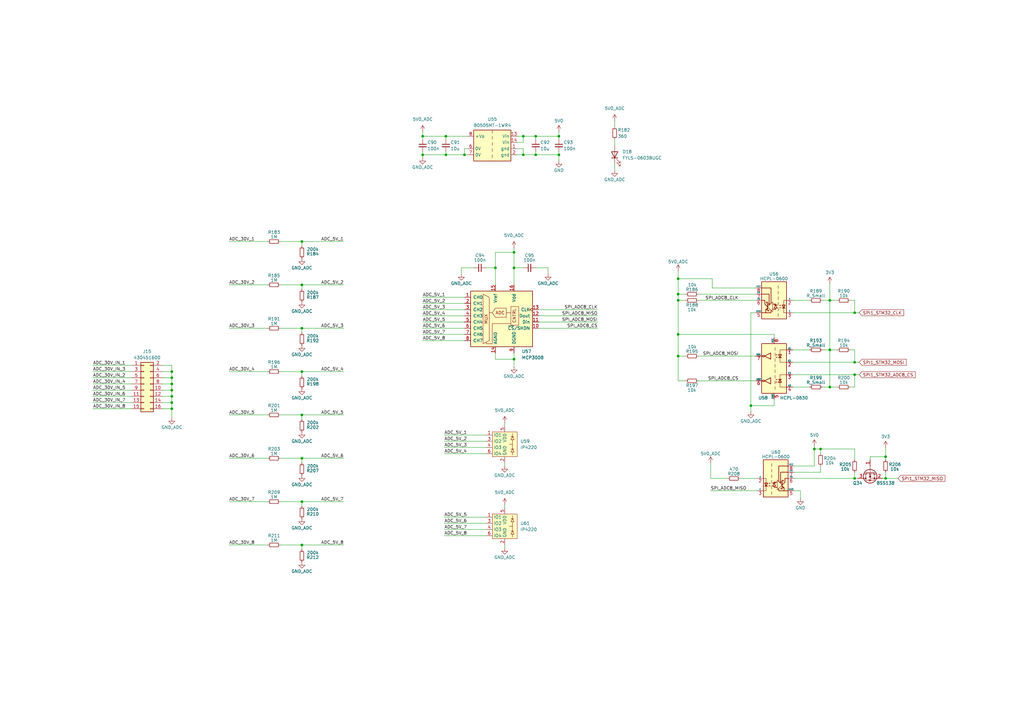
<source format=kicad_sch>
(kicad_sch (version 20231120) (generator "eeschema") (generator_version "8.0")
  (paper "A3")
  (lib_symbols
    (symbol "Analog_ADC:MCP3008" (pin_names (offset 1.016))
      (property "Reference" "U" (at -5.08 13.335 0))
      (property "Value" "MCP3008" (at -5.08 11.43 0))
      (symbol "MCP3008_0_0"
        (text "ADC" (at -0.635 1.27 0) (effects (font (size 1.27 1.27))))
        (text "CNTRL" (at 5.969 -2.921 900) (effects (font (size 1.27 1.27)) (justify left bottom)))
        (text "MUX" (at -6.35 -1.27 900) (effects (font (size 1.27 1.27))))
      )
      (symbol "MCP3008_0_1"
        (polyline (pts (xy -3.81 1.27) (xy -5.08 1.27)))
        (polyline (pts (xy 1.905 1.27) (xy 3.81 1.27)))
        (polyline (pts (xy -7.62 8.89) (xy -7.62 -11.43) (xy -5.08 -10.16) (xy -5.08 7.62) (xy -7.62 8.89)))
        (polyline (pts (xy 3.81 -3.175) (xy -3.81 -3.175) (xy -3.81 -11.43) (xy -6.35 -11.43) (xy -6.35 -10.795)))
        (polyline (pts (xy 1.905 3.175) (xy 1.905 -0.635) (xy -2.54 -0.635) (xy -3.81 1.27) (xy -2.54 3.175) (xy 1.905 3.175)))
        (rectangle (start 3.81 -3.81) (end 6.985 3.81))
        (rectangle (start 12.7 -12.7) (end -12.7 10.16) (stroke (width 0.254)) (fill (type background)))
      )
      (symbol "MCP3008_1_1"
        (pin input line (at -15.24 7.62 0) (length 2.54) (name "CH0") (number "1"))
        (pin input line (at 15.24 -5.08 180) (length 2.54) (name "~{CS}/SHDN") (number "10"))
        (pin input line (at 15.24 -2.54 180) (length 2.54) (name "Din") (number "11"))
        (pin output line (at 15.24 0 180) (length 2.54) (name "Dout") (number "12"))
        (pin input clock (at 15.24 2.54 180) (length 2.54) (name "CLK") (number "13"))
        (pin power_in line (at -2.54 -15.24 90) (length 2.54) (name "AGND") (number "14"))
        (pin power_in line (at -2.54 12.7 270) (length 2.54) (name "Vref") (number "15"))
        (pin power_in line (at 5.08 12.7 270) (length 2.54) (name "Vdd") (number "16"))
        (pin input line (at -15.24 5.08 0) (length 2.54) (name "CH1") (number "2"))
        (pin input line (at -15.24 2.54 0) (length 2.54) (name "CH2") (number "3"))
        (pin input line (at -15.24 0 0) (length 2.54) (name "CH3") (number "4"))
        (pin input line (at -15.24 -2.54 0) (length 2.54) (name "CH4") (number "5"))
        (pin input line (at -15.24 -5.08 0) (length 2.54) (name "CH5") (number "6"))
        (pin input line (at -15.24 -7.62 0) (length 2.54) (name "CH6") (number "7"))
        (pin input line (at -15.24 -10.16 0) (length 2.54) (name "CH7") (number "8"))
        (pin power_in line (at 5.08 -15.24 90) (length 2.54) (name "DGND") (number "9"))
      )
    )
    (symbol "Connector_Generic:Conn_02x08_Odd_Even" (pin_names (offset 1.016) hide)
      (property "Reference" "J" (at 1.27 10.16 0))
      (property "Value" "Conn_02x08_Odd_Even" (at 1.27 -12.7 0))
      (symbol "Conn_02x08_Odd_Even_1_1"
        (rectangle (start -1.27 -10.033) (end 0 -10.287) (stroke (width 0.1524)))
        (rectangle (start -1.27 -7.493) (end 0 -7.747) (stroke (width 0.1524)))
        (rectangle (start -1.27 -4.953) (end 0 -5.207) (stroke (width 0.1524)))
        (rectangle (start -1.27 -2.413) (end 0 -2.667) (stroke (width 0.1524)))
        (rectangle (start -1.27 0.127) (end 0 -0.127) (stroke (width 0.1524)))
        (rectangle (start -1.27 2.667) (end 0 2.413) (stroke (width 0.1524)))
        (rectangle (start -1.27 5.207) (end 0 4.953) (stroke (width 0.1524)))
        (rectangle (start -1.27 7.747) (end 0 7.493) (stroke (width 0.1524)))
        (rectangle (start -1.27 8.89) (end 3.81 -11.43) (stroke (width 0.254)) (fill (type background)))
        (rectangle (start 3.81 -10.033) (end 2.54 -10.287) (stroke (width 0.1524)))
        (rectangle (start 3.81 -7.493) (end 2.54 -7.747) (stroke (width 0.1524)))
        (rectangle (start 3.81 -4.953) (end 2.54 -5.207) (stroke (width 0.1524)))
        (rectangle (start 3.81 -2.413) (end 2.54 -2.667) (stroke (width 0.1524)))
        (rectangle (start 3.81 0.127) (end 2.54 -0.127) (stroke (width 0.1524)))
        (rectangle (start 3.81 2.667) (end 2.54 2.413) (stroke (width 0.1524)))
        (rectangle (start 3.81 5.207) (end 2.54 4.953) (stroke (width 0.1524)))
        (rectangle (start 3.81 7.747) (end 2.54 7.493) (stroke (width 0.1524)))
        (pin passive line (at -5.08 7.62 0) (length 3.81) (name "Pin_1") (number "1"))
        (pin passive line (at 7.62 -2.54 180) (length 3.81) (name "Pin_10") (number "10"))
        (pin passive line (at -5.08 -5.08 0) (length 3.81) (name "Pin_11") (number "11"))
        (pin passive line (at 7.62 -5.08 180) (length 3.81) (name "Pin_12") (number "12"))
        (pin passive line (at -5.08 -7.62 0) (length 3.81) (name "Pin_13") (number "13"))
        (pin passive line (at 7.62 -7.62 180) (length 3.81) (name "Pin_14") (number "14"))
        (pin passive line (at -5.08 -10.16 0) (length 3.81) (name "Pin_15") (number "15"))
        (pin passive line (at 7.62 -10.16 180) (length 3.81) (name "Pin_16") (number "16"))
        (pin passive line (at 7.62 7.62 180) (length 3.81) (name "Pin_2") (number "2"))
        (pin passive line (at -5.08 5.08 0) (length 3.81) (name "Pin_3") (number "3"))
        (pin passive line (at 7.62 5.08 180) (length 3.81) (name "Pin_4") (number "4"))
        (pin passive line (at -5.08 2.54 0) (length 3.81) (name "Pin_5") (number "5"))
        (pin passive line (at 7.62 2.54 180) (length 3.81) (name "Pin_6") (number "6"))
        (pin passive line (at -5.08 0 0) (length 3.81) (name "Pin_7") (number "7"))
        (pin passive line (at 7.62 0 180) (length 3.81) (name "Pin_8") (number "8"))
        (pin passive line (at -5.08 -2.54 0) (length 3.81) (name "Pin_9") (number "9"))
      )
    )
    (symbol "Device:C_Small" (pin_numbers hide) (pin_names (offset 0.254) hide)
      (property "Reference" "C" (at 0.254 1.778 0))
      (property "Value" "C_Small" (at 0.254 -2.032 0))
      (symbol "C_Small_0_1"
        (polyline (pts (xy -1.524 -0.508) (xy 1.524 -0.508)) (stroke (width 0.3302)))
        (polyline (pts (xy -1.524 0.508) (xy 1.524 0.508)) (stroke (width 0.3048)))
      )
      (symbol "C_Small_1_1"
        (pin passive line (at 0 2.54 270) (length 2.032) (name "~") (number "1"))
        (pin passive line (at 0 -2.54 90) (length 2.032) (name "~") (number "2"))
      )
    )
    (symbol "Device:LED" (pin_numbers hide) (pin_names (offset 1.016) hide)
      (property "Reference" "D" (at 0 2.54 0))
      (property "Value" "LED" (at 0 -2.54 0))
      (symbol "LED_0_1"
        (polyline (pts (xy -1.27 -1.27) (xy -1.27 1.27)) (stroke (width 0.254)))
        (polyline (pts (xy -1.27 0) (xy 1.27 0)))
        (polyline (pts (xy 1.27 -1.27) (xy 1.27 1.27) (xy -1.27 0) (xy 1.27 -1.27)) (stroke (width 0.254)))
        (polyline (pts (xy -3.048 -0.762) (xy -4.572 -2.286) (xy -3.81 -2.286) (xy -4.572 -2.286) (xy -4.572 -1.524)))
        (polyline (pts (xy -1.778 -0.762) (xy -3.302 -2.286) (xy -2.54 -2.286) (xy -3.302 -2.286) (xy -3.302 -1.524)))
      )
      (symbol "LED_1_1"
        (pin passive line (at -3.81 0 0) (length 2.54) (name "K") (number "1"))
        (pin passive line (at 3.81 0 180) (length 2.54) (name "A") (number "2"))
      )
    )
    (symbol "Device:R_Small" (pin_numbers hide) (pin_names (offset 0.254) hide)
      (property "Reference" "R" (at 0.762 0.508 0))
      (property "Value" "R_Small" (at 0.762 -1.016 0))
      (symbol "R_Small_0_1"
        (rectangle (start -0.762 1.778) (end 0.762 -1.778) (stroke (width 0.2032)))
      )
      (symbol "R_Small_1_1"
        (pin passive line (at 0 2.54 270) (length 0.762) (name "~") (number "1"))
        (pin passive line (at 0 -2.54 90) (length 0.762) (name "~") (number "2"))
      )
    )
    (symbol "GND_1" (power) (pin_numbers hide) (pin_names (offset 0) hide)
      (property "Value" "GND" (at 0 -3.81 0))
      (symbol "GND_1_0_1"
        (polyline (pts (xy 0 0) (xy 0 -1.27) (xy 1.27 -1.27) (xy 0 -2.54) (xy -1.27 -1.27) (xy 0 -1.27)))
      )
      (symbol "GND_1_1_1"
        (pin power_in line (at 0 0 270) (length 0) (name "~") (number "1"))
      )
    )
    (symbol "ISO1050DUB_1"
      (property "Reference" "U4" (at 0 9.525 0))
      (property "Value" "ISO1050DUB" (at 0 6.985 0))
      (symbol "ISO1050DUB_1_0_1"
        (rectangle (start -7.62 5.08) (end 7.62 -7.62) (stroke (width 0.254)) (fill (type background)))
        (polyline (pts (xy 0 -5.08) (xy 0 -6.35)))
        (polyline (pts (xy 0 -2.54) (xy 0 -3.81)))
        (polyline (pts (xy 0 0) (xy 0 -1.27)))
        (polyline (pts (xy 0 2.54) (xy 0 1.27)))
        (polyline (pts (xy 0 5.08) (xy 0 3.81)))
      )
      (symbol "ISO1050DUB_1_1_1"
        (pin input line (at -10.16 -2.54 0) (length 2.54) (name "gnd") (number "1"))
        (pin power_in line (at -10.16 2.54 0) (length 2.54) (name "Vin") (number "13"))
        (pin output line (at -10.16 0 0) (length 2.54) (name "Vin") (number "14"))
        (pin power_in line (at -10.16 -5.08 0) (length 2.54) (name "gnd") (number "2"))
        (pin power_in line (at 10.16 -2.54 180) (length 2.54) (name "0V") (number "6"))
        (pin power_in line (at 10.16 -5.08 180) (length 2.54) (name "0V") (number "7"))
        (pin bidirectional line (at 10.16 2.54 180) (length 2.54) (name "+Vo") (number "8"))
      )
    )
    (symbol "Isolator:HCPL-0600" (pin_names (offset 0))
      (property "Reference" "U" (at -4.064 8.89 0))
      (property "Value" "HCPL-0600" (at 0.254 -9.144 0))
      (symbol "HCPL-0600_0_1"
        (polyline (pts (xy 2.667 -3.556) (xy 2.667 -1.651)) (stroke (width 0.254)))
        (polyline (pts (xy 2.667 -2.159) (xy 2.667 -2.921)) (stroke (width 0.254)))
        (polyline (pts (xy 3.429 -3.937) (xy 3.429 -5.08)) (stroke (width 0.254)))
        (polyline (pts (xy -0.635 -3.302) (xy -0.635 -3.683) (xy 0.635 -3.683)) (stroke (width 0.254)))
        (polyline (pts (xy -0.635 -1.905) (xy -0.635 -1.524) (xy 0.508 -1.524)) (stroke (width 0.254)))
        (polyline (pts (xy 1.27 -4.064) (xy 1.27 -5.08) (xy 5.08 -5.08)) (stroke (width 0.254)))
        (polyline (pts (xy 1.27 -1.27) (xy 1.27 5.08) (xy 5.08 5.08)) (stroke (width 0.254)))
        (polyline (pts (xy 2.032 -1.27) (xy 2.032 2.54) (xy 5.08 2.54)) (stroke (width 0.254)))
        (polyline (pts (xy -5.08 -5.08) (xy -3.937 -5.08) (xy -3.937 0) (xy -5.08 0)))
        (polyline (pts (xy 2.667 -3.302) (xy 2.667 -4.318) (xy 2.159 -4.318) (xy 2.159 -3.937)) (stroke (width 0.254)))
        (polyline (pts (xy 2.667 -2.667) (xy 0.635 -4.699) (xy 0.635 -0.635) (xy 2.667 -2.667)))
        (polyline (pts (xy 2.667 -1.778) (xy 2.667 -0.762) (xy 3.175 -0.762) (xy 3.175 -1.143)) (stroke (width 0.254)))
        (polyline (pts (xy 2.794 -2.54) (xy 3.81 -1.524) (xy 3.81 0) (xy 5.08 0)) (stroke (width 0.254)))
        (polyline (pts (xy 2.667 -3.175) (xy 3.429 -3.937) (xy 3.302 -3.556) (xy 3.048 -3.81) (xy 3.429 -3.937)) (stroke (width 0.254)))
        (circle (center 2.032 -1.524) (radius 0.254) (stroke (width 0.254)))
      )
      (symbol "HCPL-0600_1_1"
        (rectangle (start -5.08 7.62) (end 5.08 -7.62) (stroke (width 0.254)) (fill (type background)))
        (polyline (pts (xy -4.572 -3.175) (xy -3.302 -3.175)) (stroke (width 0.254)))
        (polyline (pts (xy -1.651 -5.334) (xy -1.651 -6.604)))
        (polyline (pts (xy -1.651 -3.048) (xy -1.651 -4.318)))
        (polyline (pts (xy -1.651 -0.762) (xy -1.651 -2.032)))
        (polyline (pts (xy -1.651 1.524) (xy -1.651 0.254)))
        (polyline (pts (xy -1.651 3.81) (xy -1.651 2.54)))
        (polyline (pts (xy -1.651 6.096) (xy -1.651 4.826)))
        (polyline (pts (xy -1.27 -1.905) (xy 0 -1.905)) (stroke (width 0.254)))
        (polyline (pts (xy -3.937 -3.175) (xy -4.572 -1.905) (xy -3.302 -1.905) (xy -3.937 -3.175)) (stroke (width 0.254)))
        (polyline (pts (xy -0.635 -1.905) (xy -1.27 -3.175) (xy 0 -3.175) (xy -0.635 -1.905)) (stroke (width 0.254)))
        (polyline (pts (xy -2.921 -3.048) (xy -2.159 -3.048) (xy -2.54 -3.175) (xy -2.54 -2.921) (xy -2.159 -3.048)) (stroke (width 0.127)))
        (polyline (pts (xy -2.921 -2.032) (xy -2.159 -2.032) (xy -2.54 -2.159) (xy -2.54 -1.905) (xy -2.159 -2.032)) (stroke (width 0.127)))
        (pin no_connect line (at -5.08 5.08 0) (length 2.54) hide (name "NC") (number "1"))
        (pin passive line (at -7.62 0 0) (length 2.54) (name "A") (number "2"))
        (pin passive line (at -7.62 -5.08 0) (length 2.54) (name "C") (number "3"))
        (pin power_in line (at 7.62 -5.08 180) (length 2.54) (name "GND") (number "5"))
        (pin open_collector line (at 7.62 0 180) (length 2.54) (name "VO") (number "6"))
        (pin input line (at 7.62 2.54 180) (length 2.54) (name "EN") (number "7"))
        (pin power_in line (at 7.62 5.08 180) (length 2.54) (name "VCC") (number "8"))
      )
    )
    (symbol "Isolator:HCPL-0630" (pin_names (offset 0))
      (property "Reference" "U" (at -4.064 11.43 0))
      (property "Value" "HCPL-0630" (at 7.874 11.43 0))
      (symbol "HCPL-0630_0_1"
        (rectangle (start -5.08 10.16) (end 5.08 -10.16) (stroke (width 0.254)) (fill (type background)))
      )
      (symbol "HCPL-0630_1_1"
        (polyline (pts (xy -3.048 -4.445) (xy -1.778 -4.445)) (stroke (width 0.254)))
        (polyline (pts (xy -3.048 4.445) (xy -1.778 4.445)) (stroke (width 0.254)))
        (polyline (pts (xy -0.381 -7.366) (xy -0.381 -8.636)))
        (polyline (pts (xy -0.381 -5.08) (xy -0.381 -6.35)))
        (polyline (pts (xy -0.381 -2.794) (xy -0.381 -4.064)))
        (polyline (pts (xy -0.381 -0.508) (xy -0.381 -1.778)))
        (polyline (pts (xy -0.381 1.778) (xy -0.381 0.508)))
        (polyline (pts (xy -0.381 4.064) (xy -0.381 2.794)))
        (polyline (pts (xy -0.381 6.35) (xy -0.381 5.08)))
        (polyline (pts (xy -0.381 8.636) (xy -0.381 7.366)))
        (polyline (pts (xy 4.699 -5.08) (xy 5.207 -5.08)) (stroke (width 0.254)))
        (polyline (pts (xy 4.699 5.08) (xy 5.334 5.08)) (stroke (width 0.254)))
        (polyline (pts (xy -4.953 -7.62) (xy -2.413 -7.62) (xy -2.413 -5.715)))
        (polyline (pts (xy -4.953 7.62) (xy -2.413 7.62) (xy -2.413 4.318)))
        (polyline (pts (xy -2.413 -5.842) (xy -2.413 -2.54) (xy -4.953 -2.54)))
        (polyline (pts (xy -2.413 4.445) (xy -2.413 2.54) (xy -4.953 2.54)))
        (polyline (pts (xy -2.413 -4.445) (xy -3.048 -5.715) (xy -1.778 -5.715) (xy -2.413 -4.445)) (stroke (width 0.254)))
        (polyline (pts (xy -2.413 4.445) (xy -3.048 5.715) (xy -1.778 5.715) (xy -2.413 4.445)) (stroke (width 0.254)))
        (polyline (pts (xy 3.937 -5.08) (xy 1.397 -3.81) (xy 1.397 -6.35) (xy 3.937 -5.08)) (stroke (width 0.254)))
        (polyline (pts (xy 3.937 5.08) (xy 1.397 6.35) (xy 1.397 3.81) (xy 3.937 5.08)) (stroke (width 0.254)))
        (polyline (pts (xy -1.397 -5.588) (xy -0.635 -5.588) (xy -1.016 -5.715) (xy -1.016 -5.461) (xy -0.635 -5.588)) (stroke (width 0.127)))
        (polyline (pts (xy -1.397 -4.572) (xy -0.635 -4.572) (xy -1.016 -4.699) (xy -1.016 -4.445) (xy -0.635 -4.572)) (stroke (width 0.127)))
        (polyline (pts (xy -1.397 4.572) (xy -0.635 4.572) (xy -1.016 4.445) (xy -1.016 4.699) (xy -0.635 4.572)) (stroke (width 0.127)))
        (polyline (pts (xy -1.397 5.588) (xy -0.635 5.588) (xy -1.016 5.461) (xy -1.016 5.715) (xy -0.635 5.588)) (stroke (width 0.127)))
        (circle (center 4.318 -5.08) (radius 0.3556) (stroke (width 0.254)))
        (circle (center 4.318 5.08) (radius 0.3556) (stroke (width 0.254)))
        (pin passive line (at -7.62 7.62 0) (length 2.54) (name "A1") (number "1"))
        (pin passive line (at -7.62 2.54 0) (length 2.54) (name "C1") (number "2"))
        (pin passive line (at -7.62 -2.54 0) (length 2.54) (name "C2") (number "3"))
        (pin passive line (at -7.62 -7.62 0) (length 2.54) (name "A2") (number "4"))
        (pin power_in line (at 0 -12.7 90) (length 2.54) (name "GND") (number "5"))
        (pin open_collector line (at 7.62 -5.08 180) (length 2.54) (name "VO2") (number "6"))
        (pin open_collector line (at 7.62 5.08 180) (length 2.54) (name "VO1") (number "7"))
        (pin power_in line (at 0 12.7 270) (length 2.54) (name "VCC") (number "8"))
      )
    )
    (symbol "Transistor_FET:BSS138" (pin_names hide)
      (property "Reference" "Q" (at 5.08 1.905 0))
      (property "Value" "BSS138" (at 5.08 0 0))
      (symbol "BSS138_0_1"
        (polyline (pts (xy 0.254 0) (xy -2.54 0)))
        (polyline (pts (xy 0.254 1.905) (xy 0.254 -1.905)) (stroke (width 0.254)))
        (polyline (pts (xy 0.762 -1.27) (xy 0.762 -2.286)) (stroke (width 0.254)))
        (polyline (pts (xy 0.762 0.508) (xy 0.762 -0.508)) (stroke (width 0.254)))
        (polyline (pts (xy 0.762 2.286) (xy 0.762 1.27)) (stroke (width 0.254)))
        (polyline (pts (xy 2.54 2.54) (xy 2.54 1.778)))
        (polyline (pts (xy 2.54 -2.54) (xy 2.54 0) (xy 0.762 0)))
        (polyline (pts (xy 0.762 -1.778) (xy 3.302 -1.778) (xy 3.302 1.778) (xy 0.762 1.778)))
        (polyline (pts (xy 1.016 0) (xy 2.032 0.381) (xy 2.032 -0.381) (xy 1.016 0)) (fill (type outline)))
        (polyline (pts (xy 2.794 0.508) (xy 2.921 0.381) (xy 3.683 0.381) (xy 3.81 0.254)))
        (polyline (pts (xy 3.302 0.381) (xy 2.921 -0.254) (xy 3.683 -0.254) (xy 3.302 0.381)))
        (circle (center 1.651 0) (radius 2.794) (stroke (width 0.254)))
        (circle (center 2.54 -1.778) (radius 0.254) (fill (type outline)))
        (circle (center 2.54 1.778) (radius 0.254) (fill (type outline)))
      )
      (symbol "BSS138_1_1"
        (pin input line (at -5.08 0 0) (length 2.54) (name "G") (number "1"))
        (pin passive line (at 2.54 -5.08 90) (length 2.54) (name "S") (number "2"))
        (pin passive line (at 2.54 5.08 270) (length 2.54) (name "D") (number "3"))
      )
    )
    (symbol "power:+5V" (power) (pin_numbers hide) (pin_names (offset 0) hide)
      (property "Value" "+5V" (at 0 3.556 0))
      (symbol "+5V_0_1"
        (polyline (pts (xy -0.762 1.27) (xy 0 2.54)))
        (polyline (pts (xy 0 0) (xy 0 2.54)))
        (polyline (pts (xy 0 2.54) (xy 0.762 1.27)))
      )
      (symbol "+5V_1_1"
        (pin power_in line (at 0 0 90) (length 0) (name "~") (number "1"))
      )
    )
    (symbol "power:GND" (power) (pin_names (offset 0))
      (property "Value" "GND" (at 0 -3.81 0))
      (symbol "GND_0_1"
        (polyline (pts (xy 0 0) (xy 0 -1.27) (xy 1.27 -1.27) (xy 0 -2.54) (xy -1.27 -1.27) (xy 0 -1.27)))
      )
      (symbol "GND_1_1"
        (pin power_in line (at 0 0 270) (length 0) hide (name "GND") (number "1"))
      )
    )
    (symbol "user_lib:IP4220"
      (property "Reference" "U" (at 4.572 -7.366 0))
      (property "Value" "IP4220" (at 4.572 -7.366 0))
      (symbol "IP4220_1_1"
        (rectangle (start -5.08 5.08) (end 5.08 -5.08) (fill (type background)))
        (polyline (pts (xy 2.54 -3.175) (xy 3.175 -1.905)))
        (polyline (pts (xy 2.54 -1.905) (xy 3.81 -1.905)))
        (polyline (pts (xy 2.54 1.905) (xy 3.175 3.175)))
        (polyline (pts (xy 2.54 3.175) (xy 3.81 3.175)))
        (polyline (pts (xy 3.175 -3.175) (xy 3.175 -4.445)))
        (polyline (pts (xy 3.175 -1.905) (xy 3.81 -3.175)))
        (polyline (pts (xy 3.175 0) (xy 1.905 0)))
        (polyline (pts (xy 3.175 0) (xy 3.175 -1.905)))
        (polyline (pts (xy 3.175 1.905) (xy 3.175 0)))
        (polyline (pts (xy 3.175 3.175) (xy 3.81 1.905)))
        (polyline (pts (xy 3.175 4.445) (xy 3.175 3.175)))
        (polyline (pts (xy 3.81 -3.175) (xy 2.54 -3.175)))
        (polyline (pts (xy 3.81 1.905) (xy 2.54 1.905)))
        (pin input line (at -7.62 3.81 0) (length 2.54) (name "IO1") (number "1"))
        (pin input line (at 0 -7.62 90) (length 2.54) (name "GND") (number "2"))
        (pin input line (at -7.62 1.27 0) (length 2.54) (name "IO2") (number "3"))
        (pin input line (at -7.62 -1.27 0) (length 2.54) (name "IO3") (number "4"))
        (pin input line (at 0 7.62 270) (length 2.54) (name "VDD") (number "5"))
        (pin input line (at -7.62 -3.81 0) (length 2.54) (name "IO4") (number "6"))
      )
    )
  )
  (junction (at 123.825 223.52))
  (junction (at 123.825 170.18))
  (junction (at 340.36 143.51))
  (junction (at 214.63 55.88))
  (junction (at 210.82 109.855))
  (junction (at 350.52 148.59))
  (junction (at 123.825 116.84))
  (junction (at 173.355 55.88))
  (junction (at 363.22 187.325))
  (junction (at 182.88 63.5))
  (junction (at 278.13 137.16))
  (junction (at 70.485 162.56))
  (junction (at 340.36 158.75))
  (junction (at 70.485 152.4))
  (junction (at 190.5 63.5))
  (junction (at 336.55 184.15))
  (junction (at 173.355 63.5))
  (junction (at 123.825 205.74))
  (junction (at 350.52 153.67))
  (junction (at 182.88 55.88))
  (junction (at 214.63 63.5))
  (junction (at 229.235 63.5))
  (junction (at 203.2 109.855))
  (junction (at 123.825 134.62))
  (junction (at 278.13 114.3))
  (junction (at 210.82 147.32))
  (junction (at 278.13 120.65))
  (junction (at 123.825 187.96))
  (junction (at 229.235 55.88))
  (junction (at 210.82 103.505))
  (junction (at 278.13 146.05))
  (junction (at 123.825 152.4))
  (junction (at 219.71 55.88))
  (junction (at 350.52 128.27))
  (junction (at 70.485 165.1))
  (junction (at 70.485 160.02))
  (junction (at 123.825 99.06))
  (junction (at 350.52 196.215))
  (junction (at 307.975 166.37))
  (junction (at 70.485 167.64))
  (junction (at 219.71 63.5))
  (junction (at 70.485 154.94))
  (junction (at 334.01 184.15))
  (junction (at 363.22 196.215))
  (junction (at 70.485 157.48))
  (junction (at 340.36 123.19))
  (junction (at 278.13 123.19))
  (wire (pts (xy 337.185 158.75) (xy 340.36 158.75)))
  (wire (pts (xy 286.385 156.21) (xy 309.88 156.21)))
  (wire (pts (xy 207.01 207.01) (xy 207.01 208.28)))
  (wire (pts (xy 334.01 184.15) (xy 334.01 191.135)))
  (wire (pts (xy 190.5 134.62) (xy 173.355 134.62)))
  (wire (pts (xy 66.675 149.86) (xy 70.485 149.86)))
  (wire (pts (xy 38.1 165.1) (xy 53.975 165.1)))
  (wire (pts (xy 350.52 184.15) (xy 336.55 184.15)))
  (wire (pts (xy 123.825 134.62) (xy 140.97 134.62)))
  (wire (pts (xy 190.5 121.92) (xy 173.355 121.92)))
  (wire (pts (xy 325.12 153.67) (xy 350.52 153.67)))
  (wire (pts (xy 350.52 153.67) (xy 352.425 153.67)))
  (wire (pts (xy 203.2 147.32) (xy 210.82 147.32)))
  (wire (pts (xy 189.23 109.855) (xy 189.23 112.395)))
  (wire (pts (xy 199.39 183.515) (xy 182.245 183.515)))
  (wire (pts (xy 207.01 173.355) (xy 207.01 174.625)))
  (wire (pts (xy 210.82 101.6) (xy 210.82 103.505)))
  (wire (pts (xy 350.52 128.27) (xy 352.425 128.27)))
  (wire (pts (xy 350.52 143.51) (xy 350.52 148.59)))
  (wire (pts (xy 219.71 62.23) (xy 219.71 63.5)))
  (wire (pts (xy 123.825 207.645) (xy 123.825 205.74)))
  (wire (pts (xy 210.82 103.505) (xy 210.82 109.855)))
  (wire (pts (xy 190.5 137.16) (xy 173.355 137.16)))
  (wire (pts (xy 123.825 189.865) (xy 123.825 187.96)))
  (wire (pts (xy 38.1 167.64) (xy 53.975 167.64)))
  (wire (pts (xy 199.39 180.975) (xy 182.245 180.975)))
  (wire (pts (xy 252.095 57.15) (xy 252.095 59.69)))
  (wire (pts (xy 278.13 123.19) (xy 281.305 123.19)))
  (wire (pts (xy 199.39 186.055) (xy 182.245 186.055)))
  (wire (pts (xy 334.01 191.135) (xy 325.755 191.135)))
  (wire (pts (xy 340.36 158.75) (xy 340.36 143.51)))
  (wire (pts (xy 190.5 124.46) (xy 173.355 124.46)))
  (wire (pts (xy 214.63 60.96) (xy 214.63 63.5)))
  (wire (pts (xy 348.615 123.19) (xy 350.52 123.19)))
  (wire (pts (xy 229.235 63.5) (xy 229.235 66.04)))
  (wire (pts (xy 199.39 219.71) (xy 182.245 219.71)))
  (wire (pts (xy 229.235 55.88) (xy 229.235 57.15)))
  (wire (pts (xy 66.675 167.64) (xy 70.485 167.64)))
  (wire (pts (xy 356.87 188.595) (xy 356.87 187.325)))
  (wire (pts (xy 38.1 154.94) (xy 53.975 154.94)))
  (wire (pts (xy 114.935 223.52) (xy 123.825 223.52)))
  (wire (pts (xy 93.98 170.18) (xy 109.855 170.18)))
  (wire (pts (xy 298.45 196.215) (xy 291.465 196.215)))
  (wire (pts (xy 38.1 152.4) (xy 53.975 152.4)))
  (wire (pts (xy 70.485 167.64) (xy 70.485 171.45)))
  (wire (pts (xy 66.675 160.02) (xy 70.485 160.02)))
  (wire (pts (xy 173.355 62.23) (xy 173.355 63.5)))
  (wire (pts (xy 219.71 55.88) (xy 219.71 57.15)))
  (wire (pts (xy 214.63 55.88) (xy 219.71 55.88)))
  (wire (pts (xy 325.12 143.51) (xy 332.105 143.51)))
  (wire (pts (xy 199.39 214.63) (xy 182.245 214.63)))
  (wire (pts (xy 350.52 123.19) (xy 350.52 128.27)))
  (wire (pts (xy 278.13 111.125) (xy 278.13 114.3)))
  (wire (pts (xy 291.465 201.295) (xy 310.515 201.295)))
  (wire (pts (xy 123.825 225.425) (xy 123.825 223.52)))
  (wire (pts (xy 340.36 158.75) (xy 343.535 158.75)))
  (wire (pts (xy 66.675 162.56) (xy 70.485 162.56)))
  (wire (pts (xy 212.09 58.42) (xy 214.63 58.42)))
  (wire (pts (xy 70.485 149.86) (xy 70.485 152.4)))
  (wire (pts (xy 93.98 223.52) (xy 109.855 223.52)))
  (wire (pts (xy 281.305 156.21) (xy 278.13 156.21)))
  (wire (pts (xy 340.36 116.205) (xy 340.36 123.19)))
  (wire (pts (xy 173.355 63.5) (xy 173.355 64.77)))
  (wire (pts (xy 70.485 152.4) (xy 70.485 154.94)))
  (wire (pts (xy 210.82 147.32) (xy 210.82 144.78)))
  (wire (pts (xy 123.825 116.84) (xy 140.97 116.84)))
  (wire (pts (xy 38.1 160.02) (xy 53.975 160.02)))
  (wire (pts (xy 70.485 160.02) (xy 70.485 162.56)))
  (wire (pts (xy 278.13 120.65) (xy 281.305 120.65)))
  (wire (pts (xy 229.235 62.23) (xy 229.235 63.5)))
  (wire (pts (xy 350.52 184.15) (xy 350.52 188.595)))
  (wire (pts (xy 207.01 189.865) (xy 207.01 191.135)))
  (wire (pts (xy 114.935 116.84) (xy 123.825 116.84)))
  (wire (pts (xy 182.88 63.5) (xy 190.5 63.5)))
  (wire (pts (xy 278.13 120.65) (xy 278.13 123.19)))
  (wire (pts (xy 123.825 152.4) (xy 140.97 152.4)))
  (wire (pts (xy 336.55 191.135) (xy 336.55 193.675)))
  (wire (pts (xy 114.935 152.4) (xy 123.825 152.4)))
  (wire (pts (xy 220.98 127) (xy 245.11 127)))
  (wire (pts (xy 336.55 193.675) (xy 325.755 193.675)))
  (wire (pts (xy 363.22 196.215) (xy 368.3 196.215)))
  (wire (pts (xy 363.22 196.215) (xy 363.22 193.675)))
  (wire (pts (xy 210.82 109.855) (xy 214.63 109.855)))
  (wire (pts (xy 173.355 63.5) (xy 182.88 63.5)))
  (wire (pts (xy 93.98 134.62) (xy 109.855 134.62)))
  (wire (pts (xy 70.485 154.94) (xy 70.485 157.48)))
  (wire (pts (xy 123.825 118.745) (xy 123.825 116.84)))
  (wire (pts (xy 291.465 189.865) (xy 291.465 196.215)))
  (wire (pts (xy 182.88 55.88) (xy 182.88 57.15)))
  (wire (pts (xy 114.935 134.62) (xy 123.825 134.62)))
  (wire (pts (xy 348.615 158.75) (xy 350.52 158.75)))
  (wire (pts (xy 38.1 149.86) (xy 53.975 149.86)))
  (wire (pts (xy 340.36 123.19) (xy 343.535 123.19)))
  (wire (pts (xy 317.5 166.37) (xy 317.5 163.83)))
  (wire (pts (xy 203.2 109.855) (xy 203.2 116.84)))
  (wire (pts (xy 212.09 55.88) (xy 214.63 55.88)))
  (wire (pts (xy 93.98 152.4) (xy 109.855 152.4)))
  (wire (pts (xy 123.825 100.965) (xy 123.825 99.06)))
  (wire (pts (xy 93.98 187.96) (xy 109.855 187.96)))
  (wire (pts (xy 361.95 196.215) (xy 363.22 196.215)))
  (wire (pts (xy 220.98 129.54) (xy 245.11 129.54)))
  (wire (pts (xy 70.485 157.48) (xy 70.485 160.02)))
  (wire (pts (xy 336.55 186.055) (xy 336.55 184.15)))
  (wire (pts (xy 278.13 146.05) (xy 278.13 137.16)))
  (wire (pts (xy 38.1 157.48) (xy 53.975 157.48)))
  (wire (pts (xy 194.31 109.855) (xy 189.23 109.855)))
  (wire (pts (xy 123.825 170.18) (xy 140.97 170.18)))
  (wire (pts (xy 214.63 58.42) (xy 214.63 55.88)))
  (wire (pts (xy 340.36 143.51) (xy 343.535 143.51)))
  (wire (pts (xy 182.88 62.23) (xy 182.88 63.5)))
  (wire (pts (xy 173.355 53.975) (xy 173.355 55.88)))
  (wire (pts (xy 307.975 166.37) (xy 307.975 168.91)))
  (wire (pts (xy 363.22 187.325) (xy 363.22 188.595)))
  (wire (pts (xy 212.09 63.5) (xy 214.63 63.5)))
  (wire (pts (xy 281.305 146.05) (xy 278.13 146.05)))
  (wire (pts (xy 66.675 152.4) (xy 70.485 152.4)))
  (wire (pts (xy 212.09 60.96) (xy 214.63 60.96)))
  (wire (pts (xy 93.98 116.84) (xy 109.855 116.84)))
  (wire (pts (xy 356.87 187.325) (xy 363.22 187.325)))
  (wire (pts (xy 190.5 60.96) (xy 191.77 60.96)))
  (wire (pts (xy 123.825 172.085) (xy 123.825 170.18)))
  (wire (pts (xy 325.12 158.75) (xy 332.105 158.75)))
  (wire (pts (xy 190.5 60.96) (xy 190.5 63.5)))
  (wire (pts (xy 220.98 134.62) (xy 245.11 134.62)))
  (wire (pts (xy 114.935 187.96) (xy 123.825 187.96)))
  (wire (pts (xy 210.82 109.855) (xy 210.82 116.84)))
  (wire (pts (xy 337.185 123.19) (xy 340.36 123.19)))
  (wire (pts (xy 278.13 114.3) (xy 278.13 120.65)))
  (wire (pts (xy 214.63 63.5) (xy 219.71 63.5)))
  (wire (pts (xy 286.385 123.19) (xy 309.88 123.19)))
  (wire (pts (xy 286.385 120.65) (xy 309.88 120.65)))
  (wire (pts (xy 123.825 223.52) (xy 140.97 223.52)))
  (wire (pts (xy 340.36 123.19) (xy 340.36 143.51)))
  (wire (pts (xy 210.82 147.32) (xy 210.82 150.495)))
  (wire (pts (xy 123.825 136.525) (xy 123.825 134.62)))
  (wire (pts (xy 325.12 123.19) (xy 332.105 123.19)))
  (wire (pts (xy 114.935 170.18) (xy 123.825 170.18)))
  (wire (pts (xy 203.2 103.505) (xy 210.82 103.505)))
  (wire (pts (xy 337.185 143.51) (xy 340.36 143.51)))
  (wire (pts (xy 325.12 128.27) (xy 350.52 128.27)))
  (wire (pts (xy 310.515 196.215) (xy 303.53 196.215)))
  (wire (pts (xy 334.01 182.88) (xy 334.01 184.15)))
  (wire (pts (xy 173.355 55.88) (xy 182.88 55.88)))
  (wire (pts (xy 224.79 109.855) (xy 224.79 112.395)))
  (wire (pts (xy 66.675 154.94) (xy 70.485 154.94)))
  (wire (pts (xy 278.13 123.19) (xy 278.13 137.16)))
  (wire (pts (xy 307.975 128.27) (xy 307.975 166.37)))
  (wire (pts (xy 325.755 201.295) (xy 328.295 201.295)))
  (wire (pts (xy 203.2 109.855) (xy 199.39 109.855)))
  (wire (pts (xy 199.39 212.09) (xy 182.245 212.09)))
  (wire (pts (xy 38.1 162.56) (xy 53.975 162.56)))
  (wire (pts (xy 219.71 109.855) (xy 224.79 109.855)))
  (wire (pts (xy 70.485 162.56) (xy 70.485 165.1)))
  (wire (pts (xy 307.975 166.37) (xy 317.5 166.37)))
  (wire (pts (xy 350.52 196.215) (xy 350.52 193.675)))
  (wire (pts (xy 351.79 196.215) (xy 350.52 196.215)))
  (wire (pts (xy 123.825 99.06) (xy 140.97 99.06)))
  (wire (pts (xy 199.39 178.435) (xy 182.245 178.435)))
  (wire (pts (xy 292.1 118.11) (xy 292.1 114.3)))
  (wire (pts (xy 70.485 165.1) (xy 70.485 167.64)))
  (wire (pts (xy 286.385 146.05) (xy 309.88 146.05)))
  (wire (pts (xy 114.935 205.74) (xy 123.825 205.74)))
  (wire (pts (xy 182.88 55.88) (xy 191.77 55.88)))
  (wire (pts (xy 190.5 129.54) (xy 173.355 129.54)))
  (wire (pts (xy 203.2 103.505) (xy 203.2 109.855)))
  (wire (pts (xy 229.235 53.975) (xy 229.235 55.88)))
  (wire (pts (xy 328.295 201.295) (xy 328.295 204.47)))
  (wire (pts (xy 66.675 157.48) (xy 70.485 157.48)))
  (wire (pts (xy 93.98 205.74) (xy 109.855 205.74)))
  (wire (pts (xy 114.935 99.06) (xy 123.825 99.06)))
  (wire (pts (xy 219.71 63.5) (xy 229.235 63.5)))
  (wire (pts (xy 190.5 127) (xy 173.355 127)))
  (wire (pts (xy 336.55 184.15) (xy 334.01 184.15)))
  (wire (pts (xy 252.095 49.53) (xy 252.095 52.07)))
  (wire (pts (xy 325.755 196.215) (xy 350.52 196.215)))
  (wire (pts (xy 278.13 114.3) (xy 292.1 114.3)))
  (wire (pts (xy 252.095 67.31) (xy 252.095 69.85)))
  (wire (pts (xy 190.5 132.08) (xy 173.355 132.08)))
  (wire (pts (xy 317.5 137.16) (xy 317.5 138.43)))
  (wire (pts (xy 325.12 148.59) (xy 350.52 148.59)))
  (wire (pts (xy 93.98 99.06) (xy 109.855 99.06)))
  (wire (pts (xy 309.88 128.27) (xy 307.975 128.27)))
  (wire (pts (xy 190.5 139.7) (xy 173.355 139.7)))
  (wire (pts (xy 123.825 187.96) (xy 140.97 187.96)))
  (wire (pts (xy 123.825 154.305) (xy 123.825 152.4)))
  (wire (pts (xy 278.13 156.21) (xy 278.13 146.05)))
  (wire (pts (xy 219.71 55.88) (xy 229.235 55.88)))
  (wire (pts (xy 363.22 183.515) (xy 363.22 187.325)))
  (wire (pts (xy 220.98 132.08) (xy 245.11 132.08)))
  (wire (pts (xy 292.1 118.11) (xy 309.88 118.11)))
  (wire (pts (xy 348.615 143.51) (xy 350.52 143.51)))
  (wire (pts (xy 350.52 148.59) (xy 352.425 148.59)))
  (wire (pts (xy 199.39 217.17) (xy 182.245 217.17)))
  (wire (pts (xy 66.675 165.1) (xy 70.485 165.1)))
  (wire (pts (xy 190.5 63.5) (xy 191.77 63.5)))
  (wire (pts (xy 123.825 205.74) (xy 140.97 205.74)))
  (wire (pts (xy 278.13 137.16) (xy 317.5 137.16)))
  (wire (pts (xy 203.2 144.78) (xy 203.2 147.32)))
  (wire (pts (xy 207.01 223.52) (xy 207.01 224.79)))
  (wire (pts (xy 173.355 55.88) (xy 173.355 57.15)))
  (wire (pts (xy 350.52 158.75) (xy 350.52 153.67)))
  (label "ADC_30V_6" (at 93.98 187.96 0))
  (label "ADC_5V_3" (at 173.355 127 0))
  (label "ADC_5V_2" (at 140.97 116.84 180))
  (label "ADC_5V_8" (at 173.355 139.7 0))
  (label "ADC_30V_1" (at 93.98 99.06 0))
  (label "ADC_5V_7" (at 182.245 217.17 0))
  (label "ADC_5V_1" (at 182.245 178.435 0))
  (label "ADC_30V_2" (at 93.98 116.84 0))
  (label "SPI_ADC8_MISO" (at 291.465 201.295 0))
  (label "ADC_5V_8" (at 182.245 219.71 0))
  (label "SPI_ADC8_MOSI" (at 302.895 146.05 180))
  (label "ADC_30V_IN_1" (at 38.1 149.86 0))
  (label "ADC_5V_7" (at 173.355 137.16 0))
  (label "ADC_5V_5" (at 140.97 170.18 180))
  (label "SPI_ADC8_CS" (at 245.11 134.62 180))
  (label "ADC_5V_6" (at 182.245 214.63 0))
  (label "ADC_5V_3" (at 140.97 134.62 180))
  (label "ADC_30V_7" (at 93.98 205.74 0))
  (label "SPI_ADC8_MOSI" (at 245.11 132.08 180))
  (label "ADC_30V_IN_6" (at 38.1 162.56 0))
  (label "ADC_30V_IN_4" (at 38.1 157.48 0))
  (label "ADC_30V_IN_8" (at 38.1 167.64 0))
  (label "ADC_5V_1" (at 140.97 99.06 180))
  (label "ADC_5V_8" (at 140.97 223.52 180))
  (label "ADC_30V_IN_3" (at 38.1 152.4 0))
  (label "ADC_30V_3" (at 93.98 134.62 0))
  (label "ADC_5V_4" (at 182.245 186.055 0))
  (label "ADC_5V_7" (at 140.97 205.74 180))
  (label "ADC_30V_8" (at 93.98 223.52 0))
  (label "ADC_30V_5" (at 93.98 170.18 0))
  (label "ADC_5V_5" (at 173.355 132.08 0))
  (label "ADC_30V_4" (at 93.98 152.4 0))
  (label "ADC_5V_2" (at 173.355 124.46 0))
  (label "SPI_ADC8_CLK" (at 302.895 123.19 180))
  (label "ADC_5V_5" (at 182.245 212.09 0))
  (label "ADC_5V_4" (at 140.97 152.4 180))
  (label "ADC_5V_4" (at 173.355 129.54 0))
  (label "ADC_5V_1" (at 173.355 121.92 0))
  (label "ADC_5V_3" (at 182.245 183.515 0))
  (label "SPI_ADC8_MISO" (at 245.11 129.54 180))
  (label "SPI_ADC8_CLK" (at 245.11 127 180))
  (label "ADC_5V_6" (at 140.97 187.96 180))
  (label "ADC_5V_6" (at 173.355 134.62 0))
  (label "ADC_5V_2" (at 182.245 180.975 0))
  (label "ADC_30V_IN_2" (at 38.1 154.94 0))
  (label "ADC_30V_IN_7" (at 38.1 165.1 0))
  (label "ADC_30V_IN_5" (at 38.1 160.02 0))
  (label "SPI_ADC8_CS" (at 302.895 156.21 180))
  (global_label "SPI1_STM32_CLK" (shape input) (at 352.425 128.27 0) (property "Intersheetrefs" "${INTERSHEET_REFS}" (effects (hide yes))))
  (global_label "SPI1_STM32_MOSI" (shape input) (at 352.425 148.59 0) (property "Intersheetrefs" "${INTERSHEET_REFS}" (effects (hide yes))))
  (global_label "SPI1_STM32_MISO" (shape input) (at 368.3 196.215 0) (property "Intersheetrefs" "${INTERSHEET_REFS}" (effects (hide yes))))
  (global_label "SPI1_STM32_ADC8_CS" (shape input) (at 352.425 153.67 0) (property "Intersheetrefs" "${INTERSHEET_REFS}" (effects (hide yes))))
  (symbol (lib_id "power:GND") (at 123.825 212.725 0) (unit 1)
    (property "Reference" "#PWR0190" (effects (hide yes)))
    (property "Value" "GND_ADC" (at 123.825 216.535 0))
  )
  (symbol (lib_id "Device:R_Small") (at 123.825 210.185 180) (unit 1)
    (property "Reference" "R210" (at 128.27 210.82 0))
    (property "Value" "200k" (at 128.27 208.915 0))
    (property "Description" "Resistor, small symbol" (effects (hide yes)))
  )
  (symbol (lib_id "power:GND") (at 123.825 159.385 0) (unit 1)
    (property "Reference" "#PWR0178" (effects (hide yes)))
    (property "Value" "GND_ADC" (at 123.825 163.195 0))
  )
  (symbol (lib_id "user_lib:IP4220") (at 207.01 215.9 0) (unit 1)
    (property "Reference" "U61" (at 213.36 214.6299 0) (effects (justify left)))
    (property "Value" "IP4220" (at 213.36 217.1699 0) (effects (justify left)))
  )
  (symbol (lib_id "power:+5V") (at 340.36 116.205 0) (unit 1)
    (property "Reference" "#PWR0174" (effects (hide yes)))
    (property "Value" "3V3" (at 340.36 111.76 0))
    (property "Description" "Power symbol creates a global label with name \"+5V\"" (effects (hide yes)))
  )
  (symbol (lib_id "Device:R_Small") (at 112.395 187.96 90) (unit 1)
    (property "Reference" "R203" (at 112.395 184.15 90))
    (property "Value" "1M" (at 112.395 186.055 90))
    (property "Description" "Resistor, small symbol" (effects (hide yes)))
  )
  (symbol (lib_id "Device:R_Small") (at 363.22 191.135 0) (unit 1)
    (property "Reference" "R206" (at 364.49 190.5 0) (effects (justify left)))
    (property "Value" "10k" (at 365.125 192.405 0) (effects (justify left)))
    (property "Footprint" "Resistor_SMD:R_0805_2012Metric" (effects (hide yes)))
  )
  (symbol (lib_id "Device:C_Small") (at 182.88 59.69 0) (unit 1)
    (property "Reference" "C91" (at 184.785 58.42 0) (effects (justify left)))
    (property "Value" "10u" (at 184.785 60.96 0) (effects (justify left)))
  )
  (symbol (lib_id "power:+5V") (at 173.355 53.975 0) (unit 1)
    (property "Reference" "#PWR0164" (effects (hide yes)))
    (property "Value" "5V0_ADC" (at 173.355 48.895 0))
    (property "Description" "Power symbol creates a global label with name \"+5V\"" (effects (hide yes)))
  )
  (symbol (lib_id "Device:R_Small") (at 123.825 227.965 180) (unit 1)
    (property "Reference" "R212" (at 128.27 228.6 0))
    (property "Value" "200k" (at 128.27 226.695 0))
    (property "Description" "Resistor, small symbol" (effects (hide yes)))
  )
  (symbol (lib_id "power:+5V") (at 291.465 189.865 0) (unit 1)
    (property "Reference" "#PWR0185" (effects (hide yes)))
    (property "Value" "5V0_ADC" (at 291.465 186.055 0))
    (property "Description" "Power symbol creates a global label with name \"+5V\"" (effects (hide yes)))
  )
  (symbol (lib_id "Device:R_Small") (at 112.395 170.18 90) (unit 1)
    (property "Reference" "R201" (at 112.395 166.37 90))
    (property "Value" "1M" (at 112.395 168.275 90))
    (property "Description" "Resistor, small symbol" (effects (hide yes)))
  )
  (symbol (lib_id "Device:R_Small") (at 350.52 191.135 0) (unit 1)
    (property "Reference" "R205" (at 344.17 190.5 0) (effects (justify left)))
    (property "Value" "10k" (at 344.805 192.405 0) (effects (justify left)))
    (property "Footprint" "Resistor_SMD:R_0805_2012Metric" (effects (hide yes)))
  )
  (symbol (lib_id "Device:R_Small") (at 336.55 188.595 0) (unit 1)
    (property "Reference" "R204" (at 340.36 187.96 0))
    (property "Value" "10k" (at 340.36 189.865 0))
    (property "Description" "Resistor, small symbol" (effects (hide yes)))
  )
  (symbol (lib_id "Device:R_Small") (at 123.825 139.065 180) (unit 1)
    (property "Reference" "R192" (at 128.27 139.7 0))
    (property "Value" "200k" (at 128.27 137.795 0))
    (property "Description" "Resistor, small symbol" (effects (hide yes)))
  )
  (symbol (lib_id "Device:R_Small") (at 346.075 143.51 90) (unit 1)
    (property "Reference" "R194" (at 346.075 139.7 90))
    (property "Value" "10k" (at 346.075 141.605 90))
    (property "Description" "Resistor, small symbol" (effects (hide yes)))
  )
  (symbol (lib_id "Device:R_Small") (at 112.395 205.74 90) (unit 1)
    (property "Reference" "R209" (at 112.395 201.93 90))
    (property "Value" "1M" (at 112.395 203.835 90))
    (property "Description" "Resistor, small symbol" (effects (hide yes)))
  )
  (symbol (lib_id "user_lib:IP4220") (at 207.01 182.245 0) (unit 1)
    (property "Reference" "U59" (at 213.36 180.9749 0) (effects (justify left)))
    (property "Value" "IP4220" (at 213.36 183.5149 0) (effects (justify left)))
  )
  (symbol (lib_id "Device:R_Small") (at 300.99 196.215 90) (unit 1)
    (property "Reference" "R208" (at 303.53 194.31 90) (effects (justify left)))
    (property "Value" "470" (at 302.895 192.405 90) (effects (justify left)))
    (property "Description" "Resistor, small symbol" (effects (hide yes)))
  )
  (symbol (lib_id "Device:R_Small") (at 334.645 158.75 90) (unit 1)
    (property "Reference" "R199" (at 334.645 154.94 90))
    (property "Value" "R_Small" (at 334.645 156.845 90))
    (property "Description" "Resistor, small symbol" (effects (hide yes)))
  )
  (symbol (lib_id "Device:C_Small") (at 219.71 59.69 0) (unit 1)
    (property "Reference" "C92" (at 221.615 58.42 0) (effects (justify left)))
    (property "Value" "10u" (at 221.615 60.96 0) (effects (justify left)))
  )
  (symbol (lib_id "Device:R_Small") (at 283.845 156.21 270) (unit 1)
    (property "Reference" "R197" (at 281.305 158.115 90) (effects (justify left)))
    (property "Value" "10k" (at 281.94 160.02 90) (effects (justify left)))
    (property "Description" "Resistor, small symbol" (effects (hide yes)))
  )
  (symbol (lib_id "power:GND") (at 123.825 123.825 0) (unit 1)
    (property "Reference" "#PWR0175" (effects (hide yes)))
    (property "Value" "GND_ADC" (at 123.825 127.635 0))
  )
  (symbol (lib_id "Device:C_Small") (at 173.355 59.69 0) (unit 1)
    (property "Reference" "C90" (at 175.26 58.42 0) (effects (justify left)))
    (property "Value" "100n" (at 175.26 60.96 0) (effects (justify left)))
  )
  (symbol (lib_id "Device:R_Small") (at 112.395 152.4 90) (unit 1)
    (property "Reference" "R196" (at 112.395 148.59 90))
    (property "Value" "1M" (at 112.395 150.495 90))
    (property "Description" "Resistor, small symbol" (effects (hide yes)))
  )
  (symbol (lib_id "power:+5V") (at 210.82 101.6 0) (unit 1)
    (property "Reference" "#PWR0169" (effects (hide yes)))
    (property "Value" "5V0_ADC" (at 210.82 96.52 0))
    (property "Description" "Power symbol creates a global label with name \"+5V\"" (effects (hide yes)))
  )
  (symbol (lib_id "Device:C_Small") (at 217.17 109.855 90) (unit 1)
    (property "Reference" "C95" (at 217.17 104.775 90))
    (property "Value" "100n" (at 217.17 106.68 90))
    (property "Description" "Unpolarized capacitor, small symbol" (effects (hide yes)))
  )
  (symbol (lib_id "Device:R_Small") (at 123.825 192.405 180) (unit 1)
    (property "Reference" "R207" (at 128.27 193.04 0))
    (property "Value" "200k" (at 128.27 191.135 0))
    (property "Description" "Resistor, small symbol" (effects (hide yes)))
  )
  (symbol (lib_id "Device:C_Small") (at 196.85 109.855 270) (mirror x) (unit 1)
    (property "Reference" "C94" (at 196.85 104.775 90))
    (property "Value" "100n" (at 196.85 106.68 90))
    (property "Description" "Unpolarized capacitor, small symbol" (effects (hide yes)))
  )
  (symbol (lib_id "power:+5V") (at 252.095 49.53 0) (unit 1)
    (property "Reference" "#PWR0163" (effects (hide yes)))
    (property "Value" "5V0_ADC" (at 252.095 44.45 0))
    (property "Description" "Power symbol creates a global label with name \"+5V\"" (effects (hide yes)))
  )
  (symbol (lib_id "Isolator:HCPL-0600") (at 318.135 196.215 0) (unit 1)
    (property "Reference" "U60" (at 316.23 185.42 0) (effects (justify left)))
    (property "Value" "HCPL-0600" (at 312.42 187.325 0) (effects (justify left)))
    (property "Datasheet" "https://docs.broadcom.com/docs/AV02-0940EN" (effects (hide yes)))
    (property "Description" "Single High Speed LSTTL/TTL Compatible Optocoupler with enable, dV/dt 5000/us, VCM 1000, max 7V VCC, SOIC-8" (effects (hide yes)))
  )
  (symbol (lib_id "power:GND") (at 173.355 64.77 0) (unit 1)
    (property "Reference" "#PWR0166" (effects (hide yes)))
    (property "Value" "GND_ADC" (at 173.355 68.58 0))
  )
  (symbol (lib_id "power:GND") (at 224.79 112.395 0) (unit 1)
    (property "Reference" "#PWR0173" (effects (hide yes)))
    (property "Value" "GND_ADC" (at 224.79 116.205 0))
  )
  (symbol (lib_id "Device:R_Small") (at 112.395 134.62 90) (unit 1)
    (property "Reference" "R191" (at 112.395 130.81 90))
    (property "Value" "1M" (at 112.395 132.715 90))
    (property "Description" "Resistor, small symbol" (effects (hide yes)))
  )
  (symbol (lib_id "Device:R_Small") (at 123.825 174.625 180) (unit 1)
    (property "Reference" "R202" (at 128.27 175.26 0))
    (property "Value" "200k" (at 128.27 173.355 0))
    (property "Description" "Resistor, small symbol" (effects (hide yes)))
  )
  (symbol (lib_id "power:+5V") (at 334.01 182.88 0) (unit 1)
    (property "Reference" "#PWR0183" (effects (hide yes)))
    (property "Value" "5V0" (at 334.01 178.435 0))
    (property "Description" "Power symbol creates a global label with name \"+5V\"" (effects (hide yes)))
  )
  (symbol (lib_id "power:GND") (at 123.825 141.605 0) (unit 1)
    (property "Reference" "#PWR0176" (effects (hide yes)))
    (property "Value" "GND_ADC" (at 123.825 145.415 0))
  )
  (symbol (lib_id "power:GND") (at 123.825 177.165 0) (unit 1)
    (property "Reference" "#PWR0182" (effects (hide yes)))
    (property "Value" "GND_ADC" (at 123.825 180.975 0))
  )
  (symbol (lib_id "Device:LED") (at 252.095 63.5 90) (unit 1)
    (property "Reference" "D18" (at 255.27 62.23 90) (effects (justify right)))
    (property "Value" "FYLS-0603BUGC" (at 255.27 64.77 90) (effects (justify right)))
    (property "Description" "Light emitting diode" (effects (hide yes)))
  )
  (symbol (lib_id "power:+5V") (at 363.22 183.515 0) (unit 1)
    (property "Reference" "#PWR0184" (effects (hide yes)))
    (property "Value" "3V3" (at 363.22 179.07 0))
    (property "Description" "Power symbol creates a global label with name \"+5V\"" (effects (hide yes)))
  )
  (symbol (lib_id "Device:R_Small") (at 252.095 54.61 180) (unit 1)
    (property "Reference" "R182" (at 255.905 53.34 0))
    (property "Value" "360" (at 255.27 55.88 0))
    (property "Description" "Resistor, small symbol" (effects (hide yes)))
  )
  (symbol (lib_id "Analog_ADC:MCP3008") (at 205.74 129.54 0) (unit 1)
    (property "Reference" "U57" (at 213.995 144.145 0) (effects (justify left)))
    (property "Value" "MCP3008" (at 213.995 146.685 0) (effects (justify left)))
    (property "Datasheet" "http://ww1.microchip.com/downloads/en/DeviceDoc/21295d.pdf" (effects (hide yes)))
    (property "Description" "A/D Converter, 10-Bit, 8-Channel, SPI Interface , 2.7V-5.5V" (effects (hide yes)))
  )
  (symbol (lib_id "power:GND") (at 207.01 191.135 0) (unit 1)
    (property "Reference" "#PWR0186" (effects (hide yes)))
    (property "Value" "GND_ADC" (at 207.01 194.945 0))
  )
  (symbol (lib_name "GND_1") (lib_id "power:GND") (at 328.295 204.47 0) (unit 1)
    (property "Reference" "#PWR0188" (effects (hide yes)))
    (property "Value" "GND" (at 328.295 208.28 0))
    (property "Description" "Power symbol creates a global label with name \"GND\" , ground" (effects (hide yes)))
  )
  (symbol (lib_id "Device:R_Small") (at 346.075 158.75 90) (unit 1)
    (property "Reference" "R200" (at 346.075 154.94 90))
    (property "Value" "10k" (at 346.075 156.845 90))
    (property "Description" "Resistor, small symbol" (effects (hide yes)))
  )
  (symbol (lib_id "Device:R_Small") (at 283.845 120.65 90) (unit 1)
    (property "Reference" "R186" (at 286.385 118.745 90) (effects (justify left)))
    (property "Value" "10k" (at 285.75 116.84 90) (effects (justify left)))
    (property "Description" "Resistor, small symbol" (effects (hide yes)))
  )
  (symbol (lib_id "Device:R_Small") (at 283.845 123.19 270) (unit 1)
    (property "Reference" "R188" (at 281.305 125.095 90) (effects (justify left)))
    (property "Value" "10k" (at 281.94 127 90) (effects (justify left)))
    (property "Description" "Resistor, small symbol" (effects (hide yes)))
  )
  (symbol (lib_id "power:GND") (at 207.01 224.79 0) (unit 1)
    (property "Reference" "#PWR0191" (effects (hide yes)))
    (property "Value" "GND_ADC" (at 207.01 228.6 0))
  )
  (symbol (lib_id "power:GND") (at 123.825 230.505 0) (unit 1)
    (property "Reference" "#PWR0192" (effects (hide yes)))
    (property "Value" "GND_ADC" (at 123.825 234.315 0))
  )
  (symbol (lib_id "Device:R_Small") (at 123.825 103.505 180) (unit 1)
    (property "Reference" "R184" (at 128.27 104.14 0))
    (property "Value" "200k" (at 128.27 102.235 0))
    (property "Description" "Resistor, small symbol" (effects (hide yes)))
  )
  (symbol (lib_id "Device:R_Small") (at 112.395 116.84 90) (unit 1)
    (property "Reference" "R185" (at 112.395 113.03 90))
    (property "Value" "1M" (at 112.395 114.935 90))
    (property "Description" "Resistor, small symbol" (effects (hide yes)))
  )
  (symbol (lib_id "power:GND") (at 229.235 66.04 0) (unit 1)
    (property "Reference" "#PWR0167" (effects (hide yes)))
    (property "Value" "GND" (at 229.235 69.85 0))
  )
  (symbol (lib_id "Isolator:HCPL-0600") (at 317.5 123.19 0) (mirror y) (unit 1)
    (property "Reference" "U56" (at 319.405 112.395 0) (effects (justify left)))
    (property "Value" "HCPL-0600" (at 323.215 114.3 0) (effects (justify left)))
    (property "Datasheet" "https://docs.broadcom.com/docs/AV02-0940EN" (effects (hide yes)))
    (property "Description" "Single High Speed LSTTL/TTL Compatible Optocoupler with enable, dV/dt 5000/us, VCM 1000, max 7V VCC, SOIC-8" (effects (hide yes)))
  )
  (symbol (lib_id "Connector_Generic:Conn_02x08_Odd_Even") (at 59.055 157.48 0) (unit 1)
    (property "Reference" "J15" (at 60.325 144.145 0))
    (property "Value" "430451600" (at 60.325 146.685 0))
    (property "Footprint" "Connector_Molex:Molex_Micro-Fit_3.0_43045-1600_2x08_P3.00mm_Horizontal" (effects (hide yes)))
    (property "Description" "Generic connector, double row, 02x08, odd/even pin numbering scheme (row 1 odd numbers, row 2 even numbers), script generated (kicad-library-utils/schlib/autogen/connector/)" (effects (hide yes)))
  )
  (symbol (lib_id "Isolator:HCPL-0630") (at 317.5 151.13 0) (mirror y) (unit 1)
    (property "Reference" "U58" (at 314.96 163.195 0) (effects (justify left)))
    (property "Value" "HCPL-0630" (at 331.47 163.195 0) (effects (justify left)))
    (property "Datasheet" "https://docs.broadcom.com/docs/AV02-0940EN" (effects (hide yes)))
    (property "Description" "Dual High Speed LSTTL/TTL Compatible Optocoupler, dV/dt 5000/us, VCM 1000, max 7V VCC, SOIC-8" (effects (hide yes)))
  )
  (symbol (lib_id "Device:C_Small") (at 229.235 59.69 0) (unit 1)
    (property "Reference" "C93" (at 231.14 58.42 0) (effects (justify left)))
    (property "Value" "100n" (at 231.14 60.96 0) (effects (justify left)))
  )
  (symbol (lib_id "power:+5V") (at 207.01 207.01 0) (unit 1)
    (property "Reference" "#PWR0189" (effects (hide yes)))
    (property "Value" "5V0_ADC" (at 207.01 201.93 0))
    (property "Description" "Power symbol creates a global label with name \"+5V\"" (effects (hide yes)))
  )
  (symbol (lib_id "Device:R_Small") (at 346.075 123.19 90) (unit 1)
    (property "Reference" "R190" (at 346.075 119.38 90))
    (property "Value" "10k" (at 346.075 121.285 90))
    (property "Description" "Resistor, small symbol" (effects (hide yes)))
  )
  (symbol (lib_id "Device:R_Small") (at 123.825 156.845 180) (unit 1)
    (property "Reference" "R198" (at 128.27 157.48 0))
    (property "Value" "200k" (at 128.27 155.575 0))
    (property "Description" "Resistor, small symbol" (effects (hide yes)))
  )
  (symbol (lib_id "Device:R_Small") (at 334.645 143.51 90) (unit 1)
    (property "Reference" "R193" (at 334.645 139.7 90))
    (property "Value" "R_Small" (at 334.645 141.605 90))
    (property "Description" "Resistor, small symbol" (effects (hide yes)))
  )
  (symbol (lib_id "power:+5V") (at 229.235 53.975 0) (unit 1)
    (property "Reference" "#PWR0165" (effects (hide yes)))
    (property "Value" "5V0" (at 229.235 49.53 0))
    (property "Description" "Power symbol creates a global label with name \"+5V\"" (effects (hide yes)))
  )
  (symbol (lib_id "power:GND") (at 307.975 168.91 0) (unit 1)
    (property "Reference" "#PWR0179" (effects (hide yes)))
    (property "Value" "GND_ADC" (at 307.975 172.72 0))
  )
  (symbol (lib_id "power:+5V") (at 278.13 111.125 0) (unit 1)
    (property "Reference" "#PWR0171" (effects (hide yes)))
    (property "Value" "5V0_ADC" (at 278.13 107.315 0))
    (property "Description" "Power symbol creates a global label with name \"+5V\"" (effects (hide yes)))
  )
  (symbol (lib_id "power:+5V") (at 207.01 173.355 0) (unit 1)
    (property "Reference" "#PWR0181" (effects (hide yes)))
    (property "Value" "5V0_ADC" (at 207.01 168.275 0))
    (property "Description" "Power symbol creates a global label with name \"+5V\"" (effects (hide yes)))
  )
  (symbol (lib_id "power:GND") (at 123.825 106.045 0) (unit 1)
    (property "Reference" "#PWR0170" (effects (hide yes)))
    (property "Value" "GND_ADC" (at 123.825 109.855 0))
  )
  (symbol (lib_id "Device:R_Small") (at 112.395 99.06 90) (unit 1)
    (property "Reference" "R183" (at 112.395 95.25 90))
    (property "Value" "1M" (at 112.395 97.155 90))
    (property "Description" "Resistor, small symbol" (effects (hide yes)))
  )
  (symbol (lib_id "Device:R_Small") (at 283.845 146.05 90) (unit 1)
    (property "Reference" "R195" (at 286.385 144.145 90) (effects (justify left)))
    (property "Value" "10k" (at 285.75 142.24 90) (effects (justify left)))
    (property "Description" "Resistor, small symbol" (effects (hide yes)))
  )
  (symbol (lib_id "Device:R_Small") (at 334.645 123.19 90) (unit 1)
    (property "Reference" "R189" (at 334.645 119.38 90))
    (property "Value" "R_Small" (at 334.645 121.285 90))
    (property "Description" "Resistor, small symbol" (effects (hide yes)))
  )
  (symbol (lib_name "ISO1050DUB_1") (lib_id "Interface_CAN_LIN:ISO1050DUB") (at 201.93 58.42 0) (mirror y) (unit 1)
    (property "Reference" "U55" (at 201.93 48.895 0))
    (property "Value" "B0505MT-1WR4" (at 201.93 51.435 0))
  )
  (symbol (lib_id "power:GND") (at 252.095 69.85 0) (unit 1)
    (property "Reference" "#PWR0168" (effects (hide yes)))
    (property "Value" "GND_ADC" (at 252.095 73.66 0))
  )
  (symbol (lib_id "power:GND") (at 123.825 194.945 0) (unit 1)
    (property "Reference" "#PWR0187" (effects (hide yes)))
    (property "Value" "GND_ADC" (at 123.825 198.755 0))
  )
  (symbol (lib_id "power:GND") (at 189.23 112.395 0) (mirror y) (unit 1)
    (property "Reference" "#PWR0172" (effects (hide yes)))
    (property "Value" "GND_ADC" (at 189.23 116.205 0))
  )
  (symbol (lib_id "power:GND") (at 210.82 150.495 0) (unit 1)
    (property "Reference" "#PWR0177" (effects (hide yes)))
    (property "Value" "GND_ADC" (at 210.82 154.305 0))
  )
  (symbol (lib_id "Device:R_Small") (at 123.825 121.285 180) (unit 1)
    (property "Reference" "R187" (at 128.27 121.92 0))
    (property "Value" "200k" (at 128.27 120.015 0))
    (property "Description" "Resistor, small symbol" (effects (hide yes)))
  )
  (symbol (lib_id "Device:R_Small") (at 112.395 223.52 90) (unit 1)
    (property "Reference" "R211" (at 112.395 219.71 90))
    (property "Value" "1M" (at 112.395 221.615 90))
    (property "Description" "Resistor, small symbol" (effects (hide yes)))
  )
  (symbol (lib_id "Transistor_FET:BSS138") (at 356.87 193.675 90) (mirror x) (unit 1)
    (property "Reference" "Q34" (at 351.79 198.12 90))
    (property "Value" "BSS138" (at 363.22 198.12 90))
    (property "Footprint" "Package_TO_SOT_SMD:SOT-23" (effects (hide yes)))
    (property "Datasheet" "https://www.onsemi.com/pub/Collateral/BSS138-D.PDF" (effects (hide yes)))
  )
  (symbol (lib_id "power:GND") (at 70.485 171.45 0) (unit 1)
    (property "Reference" "#PWR0180" (effects (hide yes)))
    (property "Value" "GND_ADC" (at 70.485 175.26 0))
  )
)
</source>
